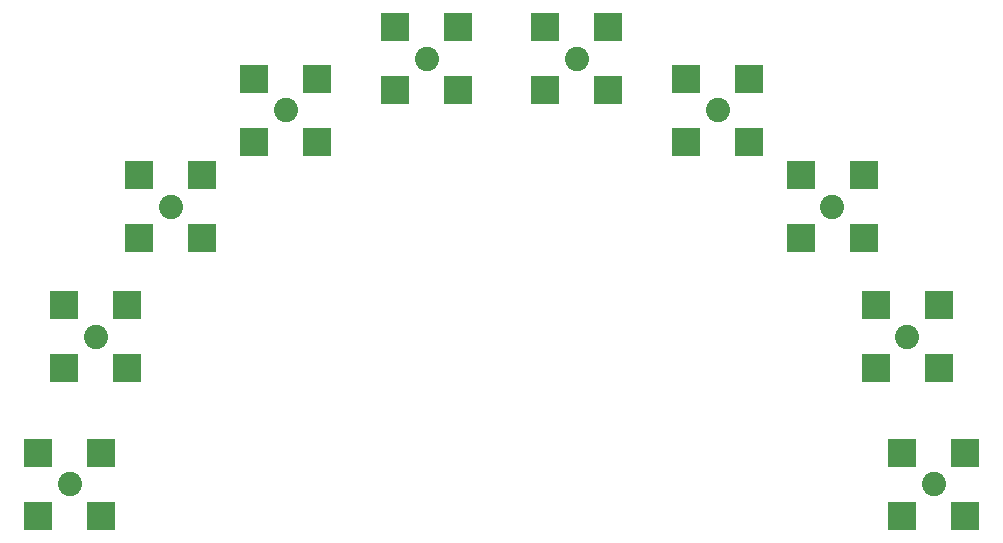
<source format=gbr>
G04 #@! TF.GenerationSoftware,KiCad,Pcbnew,(5.1.5)-3*
G04 #@! TF.CreationDate,2020-01-16T14:49:26-07:00*
G04 #@! TF.ProjectId,Station06,53746174-696f-46e3-9036-2e6b69636164,rev?*
G04 #@! TF.SameCoordinates,Original*
G04 #@! TF.FileFunction,Paste,Top*
G04 #@! TF.FilePolarity,Positive*
%FSLAX46Y46*%
G04 Gerber Fmt 4.6, Leading zero omitted, Abs format (unit mm)*
G04 Created by KiCad (PCBNEW (5.1.5)-3) date 2020-01-16 14:49:26*
%MOMM*%
%LPD*%
G04 APERTURE LIST*
%ADD10R,2.440000X2.440000*%
%ADD11C,2.050000*%
G04 APERTURE END LIST*
D10*
X114647000Y-74154000D03*
X114647000Y-68834000D03*
X109327000Y-68834000D03*
X109327000Y-74154000D03*
D11*
X111987000Y-71494000D03*
D10*
X179228000Y-97660000D03*
X179228000Y-92340000D03*
X173908000Y-92340000D03*
X173908000Y-97660000D03*
D11*
X176568000Y-95000000D03*
D10*
X177023000Y-85153000D03*
X177023000Y-79833000D03*
X171703000Y-79833000D03*
X171703000Y-85153000D03*
D11*
X174363000Y-82493000D03*
X168013000Y-71494000D03*
D10*
X165353000Y-74154000D03*
X165353000Y-68834000D03*
X170673000Y-68834000D03*
X170673000Y-74154000D03*
X160944000Y-65991000D03*
X160944000Y-60671000D03*
X155624000Y-60671000D03*
X155624000Y-65991000D03*
D11*
X158284000Y-63331000D03*
X146350000Y-58987000D03*
D10*
X143690000Y-61647000D03*
X143690000Y-56327000D03*
X149010000Y-56327000D03*
X149010000Y-61647000D03*
X136310000Y-61647000D03*
X136310000Y-56327000D03*
X130990000Y-56327000D03*
X130990000Y-61647000D03*
D11*
X133650000Y-58987000D03*
X121716000Y-63331000D03*
D10*
X119056000Y-65991000D03*
X119056000Y-60671000D03*
X124376000Y-60671000D03*
X124376000Y-65991000D03*
X108297000Y-85153000D03*
X108297000Y-79833000D03*
X102977000Y-79833000D03*
X102977000Y-85153000D03*
D11*
X105637000Y-82493000D03*
X103432000Y-95000000D03*
D10*
X100772000Y-97660000D03*
X100772000Y-92340000D03*
X106092000Y-92340000D03*
X106092000Y-97660000D03*
M02*

</source>
